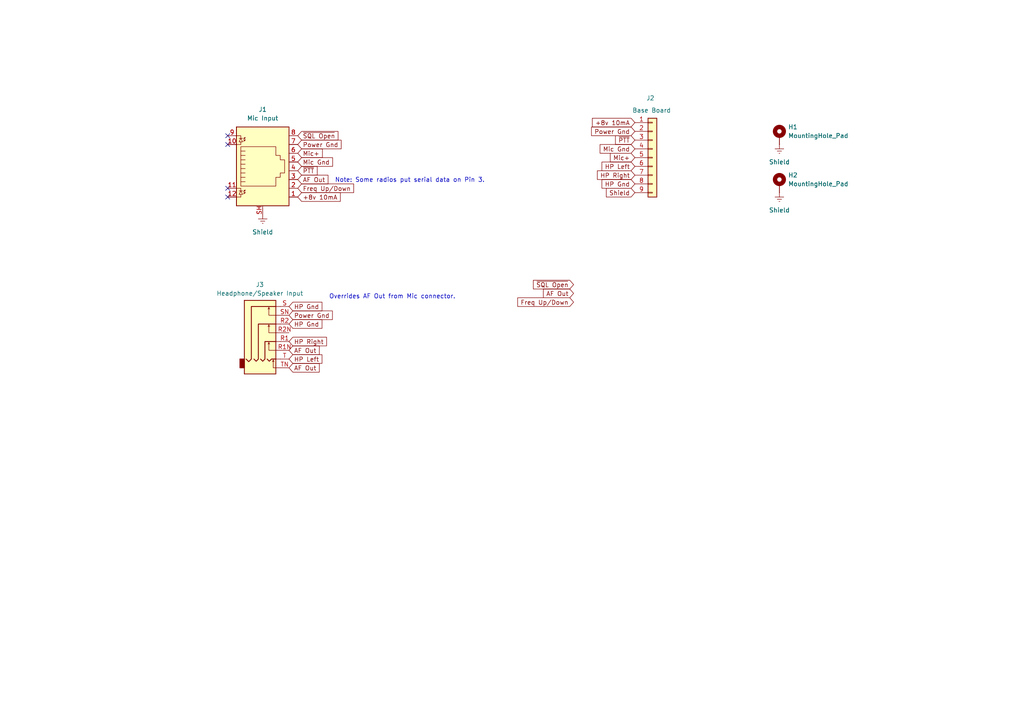
<source format=kicad_sch>
(kicad_sch (version 20231120) (generator "eeschema") (generator_version "8.0")
  (paper "A4")
  (lib_symbols
    (symbol "Connector:RJ45_LED_Shielded" (pin_names (offset 1.016))
      (property "Reference" "J" (at -5.08 13.97 0))
      (property "Value" "RJ45_LED_Shielded" (at 1.27 13.97 0))
      (symbol "RJ45_LED_Shielded_0_1"
        (polyline (pts (xy -7.62 -7.62) (xy -6.35 -7.62)))
        (polyline (pts (xy -7.62 -5.08) (xy -6.35 -5.08)))
        (polyline (pts (xy -7.62 7.62) (xy -6.35 7.62)))
        (polyline (pts (xy -7.62 10.16) (xy -6.35 10.16)))
        (polyline (pts (xy -6.858 -5.842) (xy -5.842 -5.842)))
        (polyline (pts (xy -6.858 9.398) (xy -5.842 9.398)))
        (polyline (pts (xy -6.35 -7.62) (xy -6.35 -6.858)))
        (polyline (pts (xy -6.35 -5.08) (xy -6.35 -5.842)))
        (polyline (pts (xy -6.35 7.62) (xy -6.35 8.382)))
        (polyline (pts (xy -6.35 10.16) (xy -6.35 9.398)))
        (polyline (pts (xy -5.08 -6.223) (xy -5.207 -6.604)))
        (polyline (pts (xy -5.08 -5.588) (xy -5.207 -5.969)))
        (polyline (pts (xy -5.08 4.445) (xy -6.35 4.445)))
        (polyline (pts (xy -5.08 5.715) (xy -6.35 5.715)))
        (polyline (pts (xy -5.08 9.017) (xy -5.207 8.636)))
        (polyline (pts (xy -5.08 9.652) (xy -5.207 9.271)))
        (polyline (pts (xy -6.35 -3.175) (xy -5.08 -3.175) (xy -5.08 -3.175)))
        (polyline (pts (xy -6.35 -1.905) (xy -5.08 -1.905) (xy -5.08 -1.905)))
        (polyline (pts (xy -6.35 -0.635) (xy -5.08 -0.635) (xy -5.08 -0.635)))
        (polyline (pts (xy -6.35 0.635) (xy -5.08 0.635) (xy -5.08 0.635)))
        (polyline (pts (xy -6.35 1.905) (xy -5.08 1.905) (xy -5.08 1.905)))
        (polyline (pts (xy -5.588 -6.731) (xy -5.08 -6.223) (xy -5.461 -6.35)))
        (polyline (pts (xy -5.588 -6.096) (xy -5.08 -5.588) (xy -5.461 -5.715)))
        (polyline (pts (xy -5.588 8.509) (xy -5.08 9.017) (xy -5.461 8.89)))
        (polyline (pts (xy -5.588 9.144) (xy -5.08 9.652) (xy -5.461 9.525)))
        (polyline (pts (xy -5.08 3.175) (xy -6.35 3.175) (xy -6.35 3.175)))
        (polyline (pts (xy -6.35 -5.842) (xy -6.858 -6.858) (xy -5.842 -6.858) (xy -6.35 -5.842)))
        (polyline (pts (xy -6.35 9.398) (xy -6.858 8.382) (xy -5.842 8.382) (xy -6.35 9.398)))
        (polyline (pts (xy -6.35 -4.445) (xy -6.35 6.985) (xy 3.81 6.985) (xy 3.81 4.445) (xy 5.08 4.445) (xy 5.08 3.175) (xy 6.35 3.175) (xy 6.35 -0.635) (xy 5.08 -0.635) (xy 5.08 -1.905) (xy 3.81 -1.905) (xy 3.81 -4.445) (xy -6.35 -4.445) (xy -6.35 -4.445)))
        (rectangle (start 7.62 12.7) (end -7.62 -10.16) (stroke (width 0.254)) (fill (type background)))
      )
      (symbol "RJ45_LED_Shielded_1_1"
        (pin passive line (at 10.16 -7.62 180) (length 2.54) (name "~") (number "1"))
        (pin passive line (at -10.16 7.62 0) (length 2.54) (name "~") (number "10"))
        (pin passive line (at -10.16 -5.08 0) (length 2.54) (name "~") (number "11"))
        (pin passive line (at -10.16 -7.62 0) (length 2.54) (name "~") (number "12"))
        (pin passive line (at 10.16 -5.08 180) (length 2.54) (name "~") (number "2"))
        (pin passive line (at 10.16 -2.54 180) (length 2.54) (name "~") (number "3"))
        (pin passive line (at 10.16 0 180) (length 2.54) (name "~") (number "4"))
        (pin passive line (at 10.16 2.54 180) (length 2.54) (name "~") (number "5"))
        (pin passive line (at 10.16 5.08 180) (length 2.54) (name "~") (number "6"))
        (pin passive line (at 10.16 7.62 180) (length 2.54) (name "~") (number "7"))
        (pin passive line (at 10.16 10.16 180) (length 2.54) (name "~") (number "8"))
        (pin passive line (at -10.16 10.16 0) (length 2.54) (name "~") (number "9"))
        (pin passive line (at 0 -12.7 90) (length 2.54) (name "~") (number "SH"))
      )
    )
    (symbol "Connector_Generic:Conn_01x09" (pin_names (offset 1.016) hide)
      (property "Reference" "J" (at 0 12.7 0))
      (property "Value" "Conn_01x09" (at 0 -12.7 0))
      (symbol "Conn_01x09_1_1"
        (rectangle (start -1.27 -10.033) (end 0 -10.287) (stroke (width 0.1524)))
        (rectangle (start -1.27 -7.493) (end 0 -7.747) (stroke (width 0.1524)))
        (rectangle (start -1.27 -4.953) (end 0 -5.207) (stroke (width 0.1524)))
        (rectangle (start -1.27 -2.413) (end 0 -2.667) (stroke (width 0.1524)))
        (rectangle (start -1.27 0.127) (end 0 -0.127) (stroke (width 0.1524)))
        (rectangle (start -1.27 2.667) (end 0 2.413) (stroke (width 0.1524)))
        (rectangle (start -1.27 5.207) (end 0 4.953) (stroke (width 0.1524)))
        (rectangle (start -1.27 7.747) (end 0 7.493) (stroke (width 0.1524)))
        (rectangle (start -1.27 10.287) (end 0 10.033) (stroke (width 0.1524)))
        (rectangle (start -1.27 11.43) (end 1.27 -11.43) (stroke (width 0.254)) (fill (type background)))
        (pin passive line (at -5.08 10.16 0) (length 3.81) (name "Pin_1") (number "1"))
        (pin passive line (at -5.08 7.62 0) (length 3.81) (name "Pin_2") (number "2"))
        (pin passive line (at -5.08 5.08 0) (length 3.81) (name "Pin_3") (number "3"))
        (pin passive line (at -5.08 2.54 0) (length 3.81) (name "Pin_4") (number "4"))
        (pin passive line (at -5.08 0 0) (length 3.81) (name "Pin_5") (number "5"))
        (pin passive line (at -5.08 -2.54 0) (length 3.81) (name "Pin_6") (number "6"))
        (pin passive line (at -5.08 -5.08 0) (length 3.81) (name "Pin_7") (number "7"))
        (pin passive line (at -5.08 -7.62 0) (length 3.81) (name "Pin_8") (number "8"))
        (pin passive line (at -5.08 -10.16 0) (length 3.81) (name "Pin_9") (number "9"))
      )
    )
    (symbol "Mechanical:MountingHole_Pad" (pin_numbers hide) (pin_names (offset 1.016) hide) (exclude_from_sim yes) (in_bom no)
      (property "Reference" "H" (at 0 6.35 0))
      (property "Value" "MountingHole_Pad" (at 0 4.445 0))
      (symbol "MountingHole_Pad_0_1"
        (circle (center 0 1.27) (radius 1.27) (stroke (width 1.27)))
      )
      (symbol "MountingHole_Pad_1_1"
        (pin input line (at 0 -2.54 90) (length 2.54) (name "1") (number "1"))
      )
    )
    (symbol "Smitty:AudioJack4_SwitchTR1R2S"
      (property "Reference" "J" (at -3.048 14.986 0))
      (property "Value" "AudioJack4_SwitchTR1R2S" (at -2.794 13.208 0))
      (symbol "AudioJack4_SwitchTR1R2S_0_1"
        (rectangle (start -9.144 -5.08) (end -7.874 -7.62) (stroke (width 0.254)) (fill (type outline)))
        (rectangle (start -7.874 11.938) (end 1.27 -9.398) (stroke (width 0.254)) (fill (type background)))
        (polyline (pts (xy 1.27 -5.08) (xy 2.54 -5.08)))
        (polyline (pts (xy 1.27 5.08) (xy 2.54 5.08)))
        (polyline (pts (xy 2.54 0) (xy 1.27 0)))
        (polyline (pts (xy 2.54 10.16) (xy 1.27 10.16)))
      )
      (symbol "AudioJack4_SwitchTR1R2S_1_1"
        (polyline (pts (xy -0.762 -0.254) (xy -0.508 -0.762)))
        (polyline (pts (xy -0.762 4.826) (xy -0.508 4.318)))
        (polyline (pts (xy -0.762 9.906) (xy -0.508 9.398)))
        (polyline (pts (xy 0.508 -5.334) (xy 0.762 -5.842)))
        (polyline (pts (xy -1.27 -5.08) (xy -0.635 -5.715) (xy 0 -5.08) (xy 1.27 -5.08)) (stroke (width 0.254)))
        (polyline (pts (xy 2.54 -7.62) (xy 0.508 -7.62) (xy 0.508 -5.334) (xy 0.254 -5.842)))
        (polyline (pts (xy 2.54 -2.54) (xy -0.762 -2.54) (xy -0.762 -0.254) (xy -1.016 -0.762)))
        (polyline (pts (xy 2.54 2.54) (xy -0.762 2.54) (xy -0.762 4.826) (xy -1.016 4.318)))
        (polyline (pts (xy 2.54 7.62) (xy -0.762 7.62) (xy -0.762 9.906) (xy -1.016 9.398)))
        (polyline (pts (xy -3.175 -5.08) (xy -2.54 -5.715) (xy -1.905 -5.08) (xy -1.905 0) (xy 1.27 0)) (stroke (width 0.254)))
        (polyline (pts (xy 1.27 5.08) (xy -3.81 5.08) (xy -3.81 -5.08) (xy -4.445 -5.715) (xy -5.08 -5.08)) (stroke (width 0.254)))
        (polyline (pts (xy 1.27 10.16) (xy -5.842 10.16) (xy -5.842 -5.08) (xy -6.604 -5.842) (xy -7.366 -5.08)) (stroke (width 0.254)))
        (pin passive line (at 5.08 0 180) (length 2.54) (name "~") (number "R1"))
        (pin passive line (at 5.08 -2.54 180) (length 2.54) (name "~") (number "R1N"))
        (pin passive line (at 5.08 5.08 180) (length 2.54) (name "~") (number "R2"))
        (pin passive line (at 5.08 2.54 180) (length 2.54) (name "~") (number "R2N"))
        (pin passive line (at 5.08 10.16 180) (length 2.54) (name "~") (number "S"))
        (pin passive line (at 5.08 7.62 180) (length 2.54) (name "~") (number "SN"))
        (pin passive line (at 5.08 -5.08 180) (length 2.54) (name "~") (number "T"))
        (pin passive line (at 5.08 -7.62 180) (length 2.54) (name "~") (number "TN"))
      )
    )
    (symbol "power:Earth" (power) (pin_numbers hide) (pin_names (offset 0) hide)
      (property "Value" "Earth" (at 0 -3.81 0))
      (symbol "Earth_0_1"
        (polyline (pts (xy -0.635 -1.905) (xy 0.635 -1.905)))
        (polyline (pts (xy -0.127 -2.54) (xy 0.127 -2.54)))
        (polyline (pts (xy 0 -1.27) (xy 0 0)))
        (polyline (pts (xy 1.27 -1.27) (xy -1.27 -1.27)))
      )
      (symbol "Earth_1_1"
        (pin power_in line (at 0 0 270) (length 0) (name "~") (number "1"))
      )
    )
  )
  (no_connect (at 66.04 57.15))
  (no_connect (at 66.04 39.37))
  (no_connect (at 66.04 41.91))
  (no_connect (at 66.04 54.61))
  (text "Note: Some radios put serial data on Pin 3." (at 118.872 52.324 0) (effects (font (size 1.27 1.27))))
  (text "Overrides AF Out from Mic connector." (at 113.792 86.106 0) (effects (font (size 1.27 1.27))))
  (global_label "Freq Up{slash}Down" (shape input) (at 166.37 87.63 180) (property "Intersheetrefs" "${INTERSHEET_REFS}" (effects (hide yes))))
  (global_label "~{SQL Open}" (shape input) (at 166.37 82.55 180) (property "Intersheetrefs" "${INTERSHEET_REFS}" (effects (hide yes))))
  (global_label "HP Gnd" (shape input) (at 83.82 93.98 0) (property "Intersheetrefs" "${INTERSHEET_REFS}" (effects (hide yes))))
  (global_label "~{PTT}" (shape input) (at 86.36 49.53 0) (property "Intersheetrefs" "${INTERSHEET_REFS}" (effects (hide yes))))
  (global_label "AF Out" (shape input) (at 166.37 85.09 180) (property "Intersheetrefs" "${INTERSHEET_REFS}" (effects (hide yes))))
  (global_label "AF Out" (shape input) (at 83.82 106.68 0) (property "Intersheetrefs" "${INTERSHEET_REFS}" (effects (hide yes))))
  (global_label "HP Right" (shape input) (at 83.82 99.06 0) (property "Intersheetrefs" "${INTERSHEET_REFS}" (effects (hide yes))))
  (global_label "Mic+" (shape input) (at 184.15 45.72 180) (property "Intersheetrefs" "${INTERSHEET_REFS}" (effects (hide yes))))
  (global_label "HP Gnd" (shape input) (at 83.82 88.9 0) (property "Intersheetrefs" "${INTERSHEET_REFS}" (effects (hide yes))))
  (global_label "Power Gnd" (shape input) (at 184.15 38.1 180) (property "Intersheetrefs" "${INTERSHEET_REFS}" (effects (hide yes))))
  (global_label "HP Gnd" (shape input) (at 184.15 53.34 180) (property "Intersheetrefs" "${INTERSHEET_REFS}" (effects (hide yes))))
  (global_label "Power Gnd" (shape input) (at 83.82 91.44 0) (property "Intersheetrefs" "${INTERSHEET_REFS}" (effects (hide yes))))
  (global_label "Mic Gnd" (shape input) (at 184.15 43.18 180) (property "Intersheetrefs" "${INTERSHEET_REFS}" (effects (hide yes))))
  (global_label "Shield" (shape input) (at 184.15 55.88 180) (property "Intersheetrefs" "${INTERSHEET_REFS}" (effects (hide yes))))
  (global_label "AF Out" (shape input) (at 86.36 52.07 0) (property "Intersheetrefs" "${INTERSHEET_REFS}" (effects (hide yes))))
  (global_label "+8v 10mA" (shape input) (at 184.15 35.56 180) (property "Intersheetrefs" "${INTERSHEET_REFS}" (effects (hide yes))))
  (global_label "Mic+" (shape input) (at 86.36 44.45 0) (property "Intersheetrefs" "${INTERSHEET_REFS}" (effects (hide yes))))
  (global_label "HP Right" (shape input) (at 184.15 50.8 180) (property "Intersheetrefs" "${INTERSHEET_REFS}" (effects (hide yes))))
  (global_label "~{PTT}" (shape input) (at 184.15 40.64 180) (property "Intersheetrefs" "${INTERSHEET_REFS}" (effects (hide yes))))
  (global_label "Freq Up{slash}Down" (shape input) (at 86.36 54.61 0) (property "Intersheetrefs" "${INTERSHEET_REFS}" (effects (hide yes))))
  (global_label "HP Left" (shape input) (at 184.15 48.26 180) (property "Intersheetrefs" "${INTERSHEET_REFS}" (effects (hide yes))))
  (global_label "AF Out" (shape input) (at 83.82 101.6 0) (property "Intersheetrefs" "${INTERSHEET_REFS}" (effects (hide yes))))
  (global_label "Power Gnd" (shape input) (at 86.36 41.91 0) (property "Intersheetrefs" "${INTERSHEET_REFS}" (effects (hide yes))))
  (global_label "~{SQL Open}" (shape input) (at 86.36 39.37 0) (property "Intersheetrefs" "${INTERSHEET_REFS}" (effects (hide yes))))
  (global_label "Mic Gnd" (shape input) (at 86.36 46.99 0) (property "Intersheetrefs" "${INTERSHEET_REFS}" (effects (hide yes))))
  (global_label "+8v 10mA" (shape input) (at 86.36 57.15 0) (property "Intersheetrefs" "${INTERSHEET_REFS}" (effects (hide yes))))
  (global_label "HP Left" (shape input) (at 83.82 104.14 0) (property "Intersheetrefs" "${INTERSHEET_REFS}" (effects (hide yes))))
  (symbol (lib_id "Smitty:AudioJack4_SwitchTR1R2S") (at 78.74 99.06 0) (unit 1)
    (property "Reference" "J3" (at 75.3745 82.55 0))
    (property "Value" "Headphone/Speaker Input" (at 75.3745 85.09 0))
    (property "Footprint" "Libraries:Conn_3.5mm-PJ-393_SMT-C668609_TH-C145811" (effects (hide yes)))
    (property "Description" "Audio Jack, 4 Poles (Stereo / TRRS), Switched TR1R2S Poles (Normalling)" (effects (hide yes)))
  )
  (symbol (lib_id "power:Earth") (at 226.06 41.91 0) (unit 1)
    (property "Reference" "#PWR01" (effects (hide yes)))
    (property "Value" "Shield" (at 226.06 46.99 0))
    (property "Description" "Power symbol creates a global label with name \"Earth\"" (effects (hide yes)))
  )
  (symbol (lib_id "Connector:RJ45_LED_Shielded") (at 76.2 49.53 0) (unit 1)
    (property "Reference" "J1" (at 76.2 31.75 0))
    (property "Value" "Mic Input" (at 76.2 34.29 0))
    (property "Footprint" "Connector_RJ:RJ45_Amphenol_RJHSE538X" (effects (hide yes)))
    (property "Description" "RJ connector, 8P8C (8 positions 8 connected), two LEDs, Shielded" (effects (hide yes)))
  )
  (symbol (lib_id "power:Earth") (at 76.2 62.23 0) (unit 1)
    (property "Reference" "#PWR03" (effects (hide yes)))
    (property "Value" "Shield" (at 76.2 67.31 0))
    (property "Description" "Power symbol creates a global label with name \"Earth\"" (effects (hide yes)))
  )
  (symbol (lib_id "Mechanical:MountingHole_Pad") (at 226.06 53.34 0) (unit 1) (exclude_from_sim yes) (in_bom no)
    (property "Reference" "H2" (at 228.6 50.7999 0) (effects (justify left)))
    (property "Value" "MountingHole_Pad" (at 228.6 53.3399 0) (effects (justify left)))
    (property "Footprint" "MountingHole:MountingHole_3.2mm_M3_Pad" (effects (hide yes)))
    (property "Description" "Mounting Hole with connection" (effects (hide yes)))
  )
  (symbol (lib_id "Connector_Generic:Conn_01x09") (at 189.23 45.72 0) (unit 1)
    (property "Reference" "J2" (at 187.452 28.448 0) (effects (justify left)))
    (property "Value" "Base Board" (at 183.388 32.004 0) (effects (justify left)))
    (property "Footprint" "Libraries:Conn_B2B-RA_2.54mm_9pin_RtoL" (effects (hide yes)))
    (property "Description" "Generic connector, single row, 01x09, script generated (kicad-library-utils/schlib/autogen/connector/)" (effects (hide yes)))
  )
  (symbol (lib_id "power:Earth") (at 226.06 55.88 0) (unit 1)
    (property "Reference" "#PWR02" (effects (hide yes)))
    (property "Value" "Shield" (at 226.06 60.96 0))
    (property "Description" "Power symbol creates a global label with name \"Earth\"" (effects (hide yes)))
  )
  (symbol (lib_id "Mechanical:MountingHole_Pad") (at 226.06 39.37 0) (unit 1) (exclude_from_sim yes) (in_bom no)
    (property "Reference" "H1" (at 228.6 36.8299 0) (effects (justify left)))
    (property "Value" "MountingHole_Pad" (at 228.6 39.3699 0) (effects (justify left)))
    (property "Footprint" "MountingHole:MountingHole_3.2mm_M3_Pad" (effects (hide yes)))
    (property "Description" "Mounting Hole with connection" (effects (hide yes)))
  )
)
</source>
